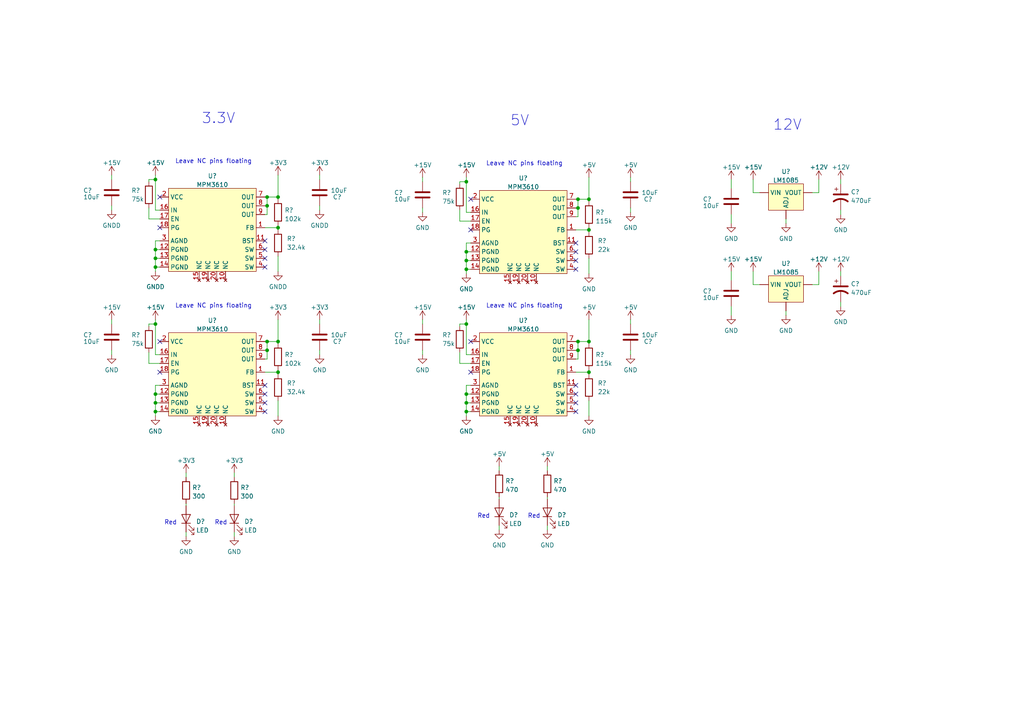
<source format=kicad_sch>
(kicad_sch (version 20211123) (generator eeschema)
  (paper "A4")
  (lib_symbols
    (symbol "0.power-symbols:+12V" (power) (pin_names (offset 0))
      (property "Value" "+12V" (at 0 3.556 0))
      (symbol "+12V_0_1"
        (polyline (pts (xy -0.762 1.27) (xy 0 2.54)))
        (polyline (pts (xy 0 0) (xy 0 2.54)))
        (polyline (pts (xy 0 2.54) (xy 0.762 1.27)))
      )
      (symbol "+12V_1_1"
        (pin power_in line (at 0 0 90) (length 0) hide (name "+12V") (number "1"))
      )
    )
    (symbol "0.power-symbols:+15V" (power) (pin_names (offset 0))
      (property "Value" "+15V" (at 0 3.556 0))
      (symbol "+15V_0_1"
        (polyline (pts (xy -0.762 1.27) (xy 0 2.54)))
        (polyline (pts (xy 0 0) (xy 0 2.54)))
        (polyline (pts (xy 0 2.54) (xy 0.762 1.27)))
      )
      (symbol "+15V_1_1"
        (pin power_in line (at 0 0 90) (length 0) hide (name "+15V") (number "1"))
      )
    )
    (symbol "0.power-symbols:+3.3V" (power) (pin_names (offset 0))
      (property "Value" "+3.3V" (at 0 3.556 0))
      (symbol "+3.3V_0_1"
        (polyline (pts (xy -0.762 1.27) (xy 0 2.54)))
        (polyline (pts (xy 0 0) (xy 0 2.54)))
        (polyline (pts (xy 0 2.54) (xy 0.762 1.27)))
      )
      (symbol "+3.3V_1_1"
        (pin power_in line (at 0 0 90) (length 0) hide (name "+3V3") (number "1"))
      )
    )
    (symbol "0.power-symbols:+5V" (power) (pin_names (offset 0))
      (property "Value" "+5V" (at 0 3.556 0))
      (symbol "+5V_0_1"
        (polyline (pts (xy -0.762 1.27) (xy 0 2.54)))
        (polyline (pts (xy 0 0) (xy 0 2.54)))
        (polyline (pts (xy 0 2.54) (xy 0.762 1.27)))
      )
      (symbol "+5V_1_1"
        (pin power_in line (at 0 0 90) (length 0) hide (name "+5V") (number "1"))
      )
    )
    (symbol "0.power-symbols:GND" (power) (pin_names (offset 0))
      (property "Value" "GND" (at 0 -3.81 0))
      (symbol "GND_0_1"
        (polyline (pts (xy 0 0) (xy 0 -1.27) (xy 1.27 -1.27) (xy 0 -2.54) (xy -1.27 -1.27) (xy 0 -1.27)))
      )
      (symbol "GND_1_1"
        (pin power_in line (at 0 0 270) (length 0) hide (name "GND") (number "1"))
      )
    )
    (symbol "0.power-symbols:GNDD" (power) (pin_names (offset 0))
      (property "Value" "GNDD" (at 0 -3.81 0))
      (symbol "GNDD_0_1"
        (polyline (pts (xy 0 0) (xy 0 -1.27) (xy 1.27 -1.27) (xy 0 -2.54) (xy -1.27 -1.27) (xy 0 -1.27)))
      )
      (symbol "GNDD_1_1"
        (pin power_in line (at 0 0 270) (length 0) hide (name "GNDD") (number "1"))
      )
    )
    (symbol "1.semi.ic.pmic.voltagereg:LM1085"
      (property "Reference" "U" (at 0 7.62 0))
      (property "Value" "LM1085" (at 0 5.08 0))
      (symbol "LM1085_0_1"
        (rectangle (start -5.08 3.81) (end 5.08 -3.81) (fill (type background)))
      )
      (symbol "LM1085_1_1"
        (pin passive line (at 0 -6.35 90) (length 2.54) (name "ADJ") (number ""))
        (pin power_in line (at -7.62 1.27 0) (length 2.54) (name "VIN") (number ""))
        (pin power_out line (at 7.62 1.27 180) (length 2.54) (name "VOUT") (number ""))
      )
    )
    (symbol "1.semi.ic.pmic.voltagereg:MPM3610"
      (property "Reference" "U" (at 0 15.24 0))
      (property "Value" "MPM3610" (at 0 12.7 0))
      (symbol "MPM3610_0_1"
        (rectangle (start -12.7 11.43) (end 12.7 -12.7) (fill (type background)))
      )
      (symbol "MPM3610_1_1"
        (pin passive line (at 15.24 0 180) (length 2.54) (name "FB") (number "1"))
        (pin no_connect line (at 3.81 -15.24 90) (length 2.54) (name "NC") (number "10"))
        (pin input line (at 15.24 -3.81 180) (length 2.54) (name "BST") (number "11"))
        (pin power_out line (at -15.24 -6.35 0) (length 2.54) (name "PGND") (number "12"))
        (pin power_out line (at -15.24 -8.89 0) (length 2.54) (name "PGND") (number "13"))
        (pin power_out line (at -15.24 -11.43 0) (length 2.54) (name "PGND") (number "14"))
        (pin no_connect line (at -3.81 -15.24 90) (length 2.54) (name "NC") (number "15"))
        (pin input line (at -15.24 5.08 0) (length 2.54) (name "IN") (number "16"))
        (pin input line (at -15.24 2.54 0) (length 2.54) (name "EN") (number "17"))
        (pin input line (at -15.24 0 0) (length 2.54) (name "PG") (number "18"))
        (pin no_connect line (at -1.27 -15.24 90) (length 2.54) (name "NC") (number "19"))
        (pin power_in line (at -15.24 8.89 0) (length 2.54) (name "VCC") (number "2"))
        (pin no_connect line (at 1.27 -15.24 90) (length 2.54) (name "NC") (number "20"))
        (pin power_out line (at -15.24 -3.81 0) (length 2.54) (name "AGND") (number "3"))
        (pin input line (at 15.24 -11.43 180) (length 2.54) (name "SW") (number "4"))
        (pin input line (at 15.24 -8.89 180) (length 2.54) (name "SW") (number "5"))
        (pin input line (at 15.24 -6.35 180) (length 2.54) (name "SW") (number "6"))
        (pin power_out line (at 15.24 8.89 180) (length 2.54) (name "OUT") (number "7"))
        (pin power_out line (at 15.24 6.35 180) (length 2.54) (name "OUT") (number "8"))
        (pin power_out line (at 15.24 3.81 180) (length 2.54) (name "OUT") (number "9"))
      )
    )
    (symbol "1.semi.opto:LED" (pin_numbers hide) (pin_names (offset 1.016) hide)
      (property "Reference" "D" (at 0 2.54 0))
      (property "Value" "LED" (at 0 -2.54 0))
      (symbol "LED_0_1"
        (polyline (pts (xy -1.27 -1.27) (xy -1.27 1.27)) (stroke (width 0.2032)))
        (polyline (pts (xy -1.27 0) (xy 1.27 0)))
        (polyline (pts (xy 1.27 -1.27) (xy 1.27 1.27) (xy -1.27 0) (xy 1.27 -1.27)) (stroke (width 0.2032)))
        (polyline (pts (xy -3.048 -0.762) (xy -4.572 -2.286) (xy -3.81 -2.286) (xy -4.572 -2.286) (xy -4.572 -1.524)))
        (polyline (pts (xy -1.778 -0.762) (xy -3.302 -2.286) (xy -2.54 -2.286) (xy -3.302 -2.286) (xy -3.302 -1.524)))
      )
      (symbol "LED_1_1"
        (pin passive line (at -3.81 0 0) (length 2.54) (name "K") (number "1"))
        (pin passive line (at 3.81 0 180) (length 2.54) (name "A") (number "2"))
      )
    )
    (symbol "2.passive:C" (pin_numbers hide) (pin_names (offset 0.254))
      (property "Reference" "C" (at 0.635 2.54 0))
      (property "Value" "C" (at 0.635 -2.54 0))
      (symbol "C_0_1"
        (polyline (pts (xy -2.032 -0.762) (xy 2.032 -0.762)) (stroke (width 0.508)))
        (polyline (pts (xy -2.032 0.762) (xy 2.032 0.762)) (stroke (width 0.508)))
      )
      (symbol "C_1_1"
        (pin passive line (at 0 3.81 270) (length 2.794) (name "~") (number "1"))
        (pin passive line (at 0 -3.81 90) (length 2.794) (name "~") (number "2"))
      )
    )
    (symbol "2.passive:CP1" (pin_numbers hide) (pin_names (offset 0.254) hide)
      (property "Reference" "C" (at 0.635 2.54 0))
      (property "Value" "CP1" (at 0.635 -2.54 0))
      (symbol "CP1_0_1"
        (polyline (pts (xy -2.032 0.762) (xy 2.032 0.762)) (stroke (width 0.508)))
        (polyline (pts (xy -1.778 2.286) (xy -0.762 2.286)))
        (polyline (pts (xy -1.27 1.778) (xy -1.27 2.794)))
        (arc (start 2.032 -1.27) (mid 0 -0.5572) (end -2.032 -1.27) (stroke (width 0.508)))
      )
      (symbol "CP1_1_1"
        (pin passive line (at 0 3.81 270) (length 2.794) (name "~") (number "1"))
        (pin passive line (at 0 -3.81 90) (length 3.302) (name "~") (number "2"))
      )
    )
    (symbol "2.passive:R" (pin_numbers hide) (pin_names (offset 0))
      (property "Reference" "R" (at 2.032 0 90))
      (property "Value" "R" (at 0 0 90))
      (symbol "R_0_1"
        (rectangle (start -1.016 -2.54) (end 1.016 2.54) (stroke (width 0.254)))
      )
      (symbol "R_1_1"
        (pin passive line (at 0 3.81 270) (length 1.27) (name "~") (number "1"))
        (pin passive line (at 0 -3.81 90) (length 1.27) (name "~") (number "2"))
      )
    )
  )
  (junction (at 170.815 66.675))
  (junction (at 170.815 107.95))
  (junction (at 77.47 57.15))
  (junction (at 80.645 99.06))
  (junction (at 45.085 93.98))
  (junction (at 77.47 99.06))
  (junction (at 45.085 119.38))
  (junction (at 167.64 60.325))
  (junction (at 135.255 114.3))
  (junction (at 80.645 66.04))
  (junction (at 135.255 116.84))
  (junction (at 135.255 78.105))
  (junction (at 135.255 75.565))
  (junction (at 80.645 107.95))
  (junction (at 77.47 59.69))
  (junction (at 135.255 119.38))
  (junction (at 135.255 93.98))
  (junction (at 135.255 73.025))
  (junction (at 77.47 101.6))
  (junction (at 170.815 99.06))
  (junction (at 45.085 77.47))
  (junction (at 80.645 57.15))
  (junction (at 135.255 52.705))
  (junction (at 45.085 114.3))
  (junction (at 167.64 57.785))
  (junction (at 45.085 74.93))
  (junction (at 45.085 116.84))
  (junction (at 170.815 57.785))
  (junction (at 167.64 99.06))
  (junction (at 45.085 52.07))
  (junction (at 167.64 101.6))
  (junction (at 45.085 72.39))
  (no_connect (at 76.835 119.38))
  (no_connect (at 167.005 111.76))
  (no_connect (at 76.835 114.3))
  (no_connect (at 167.005 70.485))
  (no_connect (at 167.005 78.105))
  (no_connect (at 46.355 107.95))
  (no_connect (at 76.835 111.76))
  (no_connect (at 76.835 77.47))
  (no_connect (at 76.835 116.84))
  (no_connect (at 76.835 69.85))
  (no_connect (at 136.525 107.95))
  (no_connect (at 136.525 99.06))
  (no_connect (at 167.005 119.38))
  (no_connect (at 76.835 74.93))
  (no_connect (at 46.355 66.04))
  (no_connect (at 136.525 66.675))
  (no_connect (at 167.005 73.025))
  (no_connect (at 46.355 57.15))
  (no_connect (at 46.355 99.06))
  (no_connect (at 167.005 114.3))
  (no_connect (at 167.005 75.565))
  (no_connect (at 167.005 116.84))
  (no_connect (at 136.525 57.785))
  (no_connect (at 76.835 72.39))
  (wire (pts (xy 53.975 138.43) (xy 53.975 137.16)))
  (wire (pts (xy 167.005 60.325) (xy 167.64 60.325)))
  (wire (pts (xy 135.255 116.84) (xy 136.525 116.84)))
  (wire (pts (xy 227.965 90.17) (xy 227.965 91.44)))
  (wire (pts (xy 135.255 120.65) (xy 135.255 119.38)))
  (wire (pts (xy 80.645 57.15) (xy 77.47 57.15)))
  (wire (pts (xy 46.355 63.5) (xy 43.18 63.5)))
  (wire (pts (xy 135.255 114.3) (xy 135.255 111.76)))
  (wire (pts (xy 167.005 99.06) (xy 167.64 99.06)))
  (wire (pts (xy 77.47 62.23) (xy 77.47 59.69)))
  (wire (pts (xy 136.525 105.41) (xy 133.35 105.41)))
  (wire (pts (xy 167.005 101.6) (xy 167.64 101.6)))
  (wire (pts (xy 167.005 62.865) (xy 167.64 62.865)))
  (wire (pts (xy 45.085 114.3) (xy 45.085 111.76)))
  (wire (pts (xy 133.35 93.98) (xy 133.35 94.615)))
  (wire (pts (xy 182.88 60.325) (xy 182.88 61.595)))
  (wire (pts (xy 144.78 152.4) (xy 144.78 153.67)))
  (wire (pts (xy 122.555 92.71) (xy 122.555 93.98)))
  (wire (pts (xy 45.085 72.39) (xy 46.355 72.39)))
  (wire (pts (xy 80.645 74.295) (xy 80.645 78.74)))
  (wire (pts (xy 218.44 52.07) (xy 218.44 55.88)))
  (wire (pts (xy 43.18 93.98) (xy 45.085 93.98)))
  (wire (pts (xy 45.085 74.93) (xy 45.085 72.39)))
  (wire (pts (xy 45.085 93.98) (xy 45.085 92.71)))
  (wire (pts (xy 76.835 104.14) (xy 77.47 104.14)))
  (wire (pts (xy 170.815 57.785) (xy 167.64 57.785)))
  (wire (pts (xy 170.815 116.205) (xy 170.815 120.65)))
  (wire (pts (xy 45.085 77.47) (xy 46.355 77.47)))
  (wire (pts (xy 45.085 74.93) (xy 46.355 74.93)))
  (wire (pts (xy 46.355 102.87) (xy 45.085 102.87)))
  (wire (pts (xy 53.975 154.305) (xy 53.975 155.575)))
  (wire (pts (xy 43.18 60.325) (xy 43.18 63.5)))
  (wire (pts (xy 243.84 78.74) (xy 243.84 80.01)))
  (wire (pts (xy 45.085 72.39) (xy 45.085 69.85)))
  (wire (pts (xy 76.835 101.6) (xy 77.47 101.6)))
  (wire (pts (xy 170.815 74.93) (xy 170.815 79.375)))
  (wire (pts (xy 133.35 52.705) (xy 133.35 53.34)))
  (wire (pts (xy 135.255 102.87) (xy 135.255 93.98)))
  (wire (pts (xy 243.84 87.63) (xy 243.84 88.9)))
  (wire (pts (xy 144.78 144.145) (xy 144.78 144.78)))
  (wire (pts (xy 43.18 93.98) (xy 43.18 94.615)))
  (wire (pts (xy 170.815 99.06) (xy 167.64 99.06)))
  (wire (pts (xy 167.005 66.675) (xy 170.815 66.675)))
  (wire (pts (xy 170.815 51.435) (xy 170.815 57.785)))
  (wire (pts (xy 80.645 116.205) (xy 80.645 120.65)))
  (wire (pts (xy 243.84 52.07) (xy 243.84 53.34)))
  (wire (pts (xy 45.085 52.07) (xy 45.085 50.8)))
  (wire (pts (xy 182.88 101.6) (xy 182.88 102.87)))
  (wire (pts (xy 80.645 57.785) (xy 80.645 57.15)))
  (wire (pts (xy 45.085 60.96) (xy 45.085 52.07)))
  (wire (pts (xy 135.255 78.105) (xy 136.525 78.105)))
  (wire (pts (xy 45.085 119.38) (xy 45.085 116.84)))
  (wire (pts (xy 170.815 58.42) (xy 170.815 57.785)))
  (wire (pts (xy 135.255 75.565) (xy 135.255 73.025)))
  (wire (pts (xy 45.085 119.38) (xy 46.355 119.38)))
  (wire (pts (xy 45.085 114.3) (xy 46.355 114.3)))
  (wire (pts (xy 243.84 60.96) (xy 243.84 62.23)))
  (wire (pts (xy 46.355 60.96) (xy 45.085 60.96)))
  (wire (pts (xy 43.18 102.235) (xy 43.18 105.41)))
  (wire (pts (xy 80.645 66.04) (xy 80.645 66.675)))
  (wire (pts (xy 135.255 52.705) (xy 135.255 51.435)))
  (wire (pts (xy 135.255 75.565) (xy 136.525 75.565)))
  (wire (pts (xy 92.71 101.6) (xy 92.71 102.87)))
  (wire (pts (xy 92.71 50.8) (xy 92.71 52.07)))
  (wire (pts (xy 122.555 101.6) (xy 122.555 102.87)))
  (wire (pts (xy 80.645 65.405) (xy 80.645 66.04)))
  (wire (pts (xy 43.18 52.07) (xy 45.085 52.07)))
  (wire (pts (xy 136.525 61.595) (xy 135.255 61.595)))
  (wire (pts (xy 170.815 107.315) (xy 170.815 107.95)))
  (wire (pts (xy 77.47 104.14) (xy 77.47 101.6)))
  (wire (pts (xy 32.385 92.71) (xy 32.385 93.98)))
  (wire (pts (xy 167.64 62.865) (xy 167.64 60.325)))
  (wire (pts (xy 237.49 55.88) (xy 235.585 55.88)))
  (wire (pts (xy 122.555 51.435) (xy 122.555 52.705)))
  (wire (pts (xy 135.255 114.3) (xy 136.525 114.3)))
  (wire (pts (xy 92.71 59.69) (xy 92.71 60.96)))
  (wire (pts (xy 76.835 57.15) (xy 77.47 57.15)))
  (wire (pts (xy 92.71 92.71) (xy 92.71 93.98)))
  (wire (pts (xy 45.085 116.84) (xy 45.085 114.3)))
  (wire (pts (xy 45.085 111.76) (xy 46.355 111.76)))
  (wire (pts (xy 32.385 59.69) (xy 32.385 60.96)))
  (wire (pts (xy 80.645 99.695) (xy 80.645 99.06)))
  (wire (pts (xy 80.645 107.315) (xy 80.645 107.95)))
  (wire (pts (xy 170.815 66.675) (xy 170.815 67.31)))
  (wire (pts (xy 158.75 152.4) (xy 158.75 153.67)))
  (wire (pts (xy 135.255 93.98) (xy 135.255 92.71)))
  (wire (pts (xy 237.49 82.55) (xy 235.585 82.55)))
  (wire (pts (xy 80.645 92.71) (xy 80.645 99.06)))
  (wire (pts (xy 135.255 73.025) (xy 135.255 70.485)))
  (wire (pts (xy 136.525 102.87) (xy 135.255 102.87)))
  (wire (pts (xy 80.645 107.95) (xy 80.645 108.585)))
  (wire (pts (xy 80.645 50.8) (xy 80.645 57.15)))
  (wire (pts (xy 135.255 73.025) (xy 136.525 73.025)))
  (wire (pts (xy 167.005 107.95) (xy 170.815 107.95)))
  (wire (pts (xy 167.64 104.14) (xy 167.64 101.6)))
  (wire (pts (xy 135.255 111.76) (xy 136.525 111.76)))
  (wire (pts (xy 133.35 102.235) (xy 133.35 105.41)))
  (wire (pts (xy 158.75 136.525) (xy 158.75 135.255)))
  (wire (pts (xy 135.255 61.595) (xy 135.255 52.705)))
  (wire (pts (xy 67.945 154.305) (xy 67.945 155.575)))
  (wire (pts (xy 67.945 138.43) (xy 67.945 137.16)))
  (wire (pts (xy 76.835 99.06) (xy 77.47 99.06)))
  (wire (pts (xy 67.945 146.05) (xy 67.945 146.685)))
  (wire (pts (xy 32.385 101.6) (xy 32.385 102.87)))
  (wire (pts (xy 212.09 88.9) (xy 212.09 91.44)))
  (wire (pts (xy 158.75 144.145) (xy 158.75 144.78)))
  (wire (pts (xy 45.085 102.87) (xy 45.085 93.98)))
  (wire (pts (xy 45.085 77.47) (xy 45.085 74.93)))
  (wire (pts (xy 76.835 107.95) (xy 80.645 107.95)))
  (wire (pts (xy 170.815 66.04) (xy 170.815 66.675)))
  (wire (pts (xy 227.965 63.5) (xy 227.965 64.77)))
  (wire (pts (xy 45.085 120.65) (xy 45.085 119.38)))
  (wire (pts (xy 212.09 52.07) (xy 212.09 54.61)))
  (wire (pts (xy 80.645 99.06) (xy 77.47 99.06)))
  (wire (pts (xy 122.555 60.325) (xy 122.555 61.595)))
  (wire (pts (xy 237.49 52.07) (xy 237.49 55.88)))
  (wire (pts (xy 133.35 93.98) (xy 135.255 93.98)))
  (wire (pts (xy 237.49 78.74) (xy 237.49 82.55)))
  (wire (pts (xy 133.35 60.96) (xy 133.35 64.135)))
  (wire (pts (xy 43.18 52.07) (xy 43.18 52.705)))
  (wire (pts (xy 218.44 55.88) (xy 220.345 55.88)))
  (wire (pts (xy 135.255 119.38) (xy 136.525 119.38)))
  (wire (pts (xy 45.085 116.84) (xy 46.355 116.84)))
  (wire (pts (xy 182.88 92.71) (xy 182.88 93.98)))
  (wire (pts (xy 135.255 78.105) (xy 135.255 75.565)))
  (wire (pts (xy 212.09 78.74) (xy 212.09 81.28)))
  (wire (pts (xy 45.085 78.74) (xy 45.085 77.47)))
  (wire (pts (xy 136.525 64.135) (xy 133.35 64.135)))
  (wire (pts (xy 170.815 99.695) (xy 170.815 99.06)))
  (wire (pts (xy 76.835 66.04) (xy 80.645 66.04)))
  (wire (pts (xy 167.005 57.785) (xy 167.64 57.785)))
  (wire (pts (xy 45.085 69.85) (xy 46.355 69.85)))
  (wire (pts (xy 135.255 116.84) (xy 135.255 114.3)))
  (wire (pts (xy 76.835 62.23) (xy 77.47 62.23)))
  (wire (pts (xy 218.44 78.74) (xy 218.44 82.55)))
  (wire (pts (xy 135.255 119.38) (xy 135.255 116.84)))
  (wire (pts (xy 32.385 50.8) (xy 32.385 52.07)))
  (wire (pts (xy 212.09 62.23) (xy 212.09 64.77)))
  (wire (pts (xy 77.47 59.69) (xy 77.47 57.15)))
  (wire (pts (xy 182.88 51.435) (xy 182.88 52.705)))
  (wire (pts (xy 76.835 59.69) (xy 77.47 59.69)))
  (wire (pts (xy 53.975 146.05) (xy 53.975 146.685)))
  (wire (pts (xy 46.355 105.41) (xy 43.18 105.41)))
  (wire (pts (xy 167.64 60.325) (xy 167.64 57.785)))
  (wire (pts (xy 167.64 101.6) (xy 167.64 99.06)))
  (wire (pts (xy 144.78 136.525) (xy 144.78 135.255)))
  (wire (pts (xy 218.44 82.55) (xy 220.345 82.55)))
  (wire (pts (xy 77.47 101.6) (xy 77.47 99.06)))
  (wire (pts (xy 167.005 104.14) (xy 167.64 104.14)))
  (wire (pts (xy 170.815 92.71) (xy 170.815 99.06)))
  (wire (pts (xy 170.815 107.95) (xy 170.815 108.585)))
  (wire (pts (xy 133.35 52.705) (xy 135.255 52.705)))
  (wire (pts (xy 135.255 70.485) (xy 136.525 70.485)))
  (wire (pts (xy 135.255 79.375) (xy 135.255 78.105)))
  (text "Red" (at 62.23 152.4 0) (effects (font (size 1.27 1.27)) (justify left bottom)))
  (text "Red" (at 153.035 150.495 0) (effects (font (size 1.27 1.27)) (justify left bottom)))
  (text "Leave NC pins floating" (at 140.97 48.26 0) (effects (font (size 1.27 1.27)) (justify left bottom)))
  (text "Red" (at 47.625 152.4 0) (effects (font (size 1.27 1.27)) (justify left bottom)))
  (text "12V\n" (at 224.155 38.1 0) (effects (font (size 3 3)) (justify left bottom)))
  (text "3.3V" (at 58.42 36.195 0) (effects (font (size 3 3)) (justify left bottom)))
  (text "Red" (at 138.43 150.495 0) (effects (font (size 1.27 1.27)) (justify left bottom)))
  (text "5V\n" (at 147.955 36.83 0) (effects (font (size 3 3)) (justify left bottom)))
  (text "Leave NC pins floating" (at 50.8 89.535 0) (effects (font (size 1.27 1.27)) (justify left bottom)))
  (text "Leave NC pins floating" (at 50.8 47.625 0) (effects (font (size 1.27 1.27)) (justify left bottom)))
  (text "Leave NC pins floating" (at 140.97 89.535 0) (effects (font (size 1.27 1.27)) (justify left bottom)))
  (symbol (lib_id "0.power-symbols:GND") (at 135.255 120.65 0) (unit 1)
    (property "Reference" "#PWR?" (effects hide))
    (property "Value" "GND" (at 135.255 125.0934 0))
  )
  (symbol (lib_id "2.passive:C") (at 122.555 97.79 0) (unit 1)
    (property "Reference" "C?" (at 114.3 97.155 0) (effects (justify left)))
    (property "Value" "10uF" (at 114.3 99.06 0) (effects (justify left)))
    (property "Footprint" "2_Passives_Capacitors_SMD_IPC:C_1608_603_B" (effects hide))
    (property "PN" "100,000,013" (effects hide))
  )
  (symbol (lib_id "1.semi.ic.pmic.voltagereg:LM1085") (at 227.965 57.15 0) (unit 1)
    (property "Reference" "U?" (at 227.965 49.7672 0))
    (property "Value" "LM1085" (at 227.965 52.3041 0))
  )
  (symbol (lib_id "0.power-symbols:GNDD") (at 92.71 60.96 0) (unit 1)
    (property "Reference" "#PWR?" (effects hide))
    (property "Value" "GNDD" (at 92.71 65.4034 0))
  )
  (symbol (lib_id "0.power-symbols:+15V") (at 218.44 52.07 0) (unit 1)
    (property "Reference" "#PWR?" (effects hide))
    (property "Value" "+15V" (at 218.44 48.4942 0))
  )
  (symbol (lib_id "0.power-symbols:+3.3V") (at 92.71 50.8 0) (unit 1)
    (property "Reference" "#PWR?" (effects hide))
    (property "Value" "+3.3V" (at 92.71 47.2242 0))
  )
  (symbol (lib_id "2.passive:C") (at 122.555 56.515 0) (unit 1)
    (property "Reference" "C?" (at 114.3 55.88 0) (effects (justify left)))
    (property "Value" "10uF" (at 114.3 57.785 0) (effects (justify left)))
    (property "Footprint" "2_Passives_Capacitors_SMD_IPC:C_1608_603_B" (effects hide))
    (property "PN" "100,000,013" (effects hide))
  )
  (symbol (lib_id "0.power-symbols:GND") (at 53.975 155.575 0) (unit 1)
    (property "Reference" "#PWR?" (effects hide))
    (property "Value" "GND" (at 53.975 160.0184 0))
  )
  (symbol (lib_id "1.semi.ic.pmic.voltagereg:LM1085") (at 227.965 83.82 0) (unit 1)
    (property "Reference" "U?" (at 227.965 76.4372 0))
    (property "Value" "LM1085" (at 227.965 78.9741 0))
  )
  (symbol (lib_id "0.power-symbols:+15V") (at 212.09 78.74 0) (unit 1)
    (property "Reference" "#PWR?" (effects hide))
    (property "Value" "+15V" (at 212.09 75.1642 0))
  )
  (symbol (lib_id "2.passive:CP1") (at 243.84 57.15 0) (unit 1)
    (property "Reference" "C?" (at 246.761 55.6803 0) (effects (justify left)))
    (property "Value" "470uF" (at 246.761 58.2172 0) (effects (justify left)))
    (property "Footprint" "0_misc:THT_470uF_Cap" (effects hide))
  )
  (symbol (lib_id "0.power-symbols:GND") (at 122.555 102.87 0) (unit 1)
    (property "Reference" "#PWR?" (effects hide))
    (property "Value" "GND" (at 122.555 107.3134 0))
  )
  (symbol (lib_id "0.power-symbols:+3.3V") (at 67.945 137.16 0) (unit 1)
    (property "Reference" "#PWR?" (effects hide))
    (property "Value" "+3.3V" (at 67.945 133.5842 0))
  )
  (symbol (lib_id "0.power-symbols:+5V") (at 158.75 135.255 0) (unit 1)
    (property "Reference" "#PWR?" (effects hide))
    (property "Value" "+5V" (at 158.75 131.6792 0))
  )
  (symbol (lib_id "0.power-symbols:GND") (at 92.71 102.87 0) (unit 1)
    (property "Reference" "#PWR?" (effects hide))
    (property "Value" "GND" (at 92.71 107.3134 0))
  )
  (symbol (lib_id "0.power-symbols:+15V") (at 135.255 92.71 0) (unit 1)
    (property "Reference" "#PWR?" (effects hide))
    (property "Value" "+15V" (at 135.255 89.1342 0))
  )
  (symbol (lib_id "1.semi.ic.pmic.voltagereg:MPM3610") (at 61.595 66.04 0) (unit 1)
    (property "Reference" "U?" (at 61.595 51.0372 0))
    (property "Value" "MPM3610" (at 61.595 53.5741 0))
  )
  (symbol (lib_id "2.passive:C") (at 182.88 56.515 0) (unit 1)
    (property "Reference" "C?" (at 186.69 57.785 0) (effects (justify left)))
    (property "Value" "10uF" (at 186.055 55.88 0) (effects (justify left)))
    (property "Footprint" "2_Passives_Capacitors_SMD_IPC:C_1608_603_B" (effects hide))
    (property "PN" "100,000,013" (effects hide))
  )
  (symbol (lib_id "0.power-symbols:+15V") (at 218.44 78.74 0) (unit 1)
    (property "Reference" "#PWR?" (effects hide))
    (property "Value" "+15V" (at 218.44 75.1642 0))
  )
  (symbol (lib_id "0.power-symbols:+3.3V") (at 80.645 50.8 0) (unit 1)
    (property "Reference" "#PWR?" (effects hide))
    (property "Value" "+3.3V" (at 80.645 47.2242 0))
  )
  (symbol (lib_id "0.power-symbols:GND") (at 182.88 102.87 0) (unit 1)
    (property "Reference" "#PWR?" (effects hide))
    (property "Value" "GND" (at 182.88 107.3134 0))
  )
  (symbol (lib_id "0.power-symbols:+15V") (at 212.09 52.07 0) (unit 1)
    (property "Reference" "#PWR?" (effects hide))
    (property "Value" "+15V" (at 212.09 48.4942 0))
  )
  (symbol (lib_id "1.semi.ic.pmic.voltagereg:MPM3610") (at 151.765 66.675 0) (unit 1)
    (property "Reference" "U?" (at 151.765 51.6722 0))
    (property "Value" "MPM3610" (at 151.765 54.2091 0))
  )
  (symbol (lib_id "0.power-symbols:+5V") (at 182.88 92.71 0) (unit 1)
    (property "Reference" "#PWR?" (effects hide))
    (property "Value" "+5V" (at 182.88 89.1342 0))
  )
  (symbol (lib_id "1.semi.opto:LED") (at 144.78 148.59 90) (unit 1)
    (property "Reference" "D?" (at 147.701 149.3555 90) (effects (justify right)))
    (property "Value" "LED" (at 147.701 151.8924 90) (effects (justify right)))
  )
  (symbol (lib_id "0.power-symbols:+15V") (at 122.555 51.435 0) (unit 1)
    (property "Reference" "#PWR?" (effects hide))
    (property "Value" "+15V" (at 122.555 47.8592 0))
  )
  (symbol (lib_id "2.passive:R") (at 170.815 71.12 0) (unit 1)
    (property "Reference" "R?" (at 173.355 69.85 0) (effects (justify left)))
    (property "Value" "22k" (at 173.355 72.39 0) (effects (justify left)))
  )
  (symbol (lib_id "2.passive:R") (at 170.815 103.505 0) (unit 1)
    (property "Reference" "R?" (at 172.72 102.87 0) (effects (justify left)))
    (property "Value" "115k" (at 172.72 105.41 0) (effects (justify left)))
  )
  (symbol (lib_id "0.power-symbols:GND") (at 182.88 61.595 0) (unit 1)
    (property "Reference" "#PWR?" (effects hide))
    (property "Value" "GND" (at 182.88 66.0384 0))
  )
  (symbol (lib_id "0.power-symbols:+15V") (at 32.385 92.71 0) (unit 1)
    (property "Reference" "#PWR?" (effects hide))
    (property "Value" "+15V" (at 32.385 89.1342 0))
  )
  (symbol (lib_id "1.semi.ic.pmic.voltagereg:MPM3610") (at 151.765 107.95 0) (unit 1)
    (property "Reference" "U?" (at 151.765 92.9472 0))
    (property "Value" "MPM3610" (at 151.765 95.4841 0))
  )
  (symbol (lib_id "0.power-symbols:GNDD") (at 45.085 78.74 0) (unit 1)
    (property "Reference" "#PWR?" (effects hide))
    (property "Value" "GNDD" (at 45.085 83.1834 0))
  )
  (symbol (lib_id "0.power-symbols:+5V") (at 182.88 51.435 0) (unit 1)
    (property "Reference" "#PWR?" (effects hide))
    (property "Value" "+5V" (at 182.88 47.8592 0))
  )
  (symbol (lib_id "0.power-symbols:+12V") (at 243.84 52.07 0) (unit 1)
    (property "Reference" "#PWR?" (effects hide))
    (property "Value" "+12V" (at 243.84 48.4942 0))
  )
  (symbol (lib_id "0.power-symbols:+3.3V") (at 92.71 92.71 0) (unit 1)
    (property "Reference" "#PWR?" (effects hide))
    (property "Value" "+3.3V" (at 92.71 89.1342 0))
  )
  (symbol (lib_id "0.power-symbols:+3.3V") (at 53.975 137.16 0) (unit 1)
    (property "Reference" "#PWR?" (effects hide))
    (property "Value" "+3.3V" (at 53.975 133.5842 0))
  )
  (symbol (lib_id "2.passive:R") (at 158.75 140.335 0) (unit 1)
    (property "Reference" "R?" (at 160.528 139.5003 0) (effects (justify left)))
    (property "Value" "470" (at 160.528 142.0372 0) (effects (justify left)))
  )
  (symbol (lib_id "2.passive:R") (at 170.815 62.23 0) (unit 1)
    (property "Reference" "R?" (at 172.72 61.595 0) (effects (justify left)))
    (property "Value" "115k" (at 172.72 64.135 0) (effects (justify left)))
  )
  (symbol (lib_id "0.power-symbols:GND") (at 212.09 64.77 0) (unit 1)
    (property "Reference" "#PWR?" (effects hide))
    (property "Value" "GND" (at 212.09 69.2134 0))
  )
  (symbol (lib_id "0.power-symbols:GNDD") (at 80.645 78.74 0) (unit 1)
    (property "Reference" "#PWR?" (effects hide))
    (property "Value" "GNDD" (at 80.645 83.1834 0))
  )
  (symbol (lib_id "0.power-symbols:GND") (at 212.09 91.44 0) (unit 1)
    (property "Reference" "#PWR?" (effects hide))
    (property "Value" "GND" (at 212.09 95.8834 0))
  )
  (symbol (lib_id "2.passive:C") (at 92.71 55.88 0) (unit 1)
    (property "Reference" "C?" (at 96.52 57.15 0) (effects (justify left)))
    (property "Value" "10uF" (at 95.885 55.245 0) (effects (justify left)))
    (property "Footprint" "2_Passives_Capacitors_SMD_IPC:C_1608_603_B" (effects hide))
    (property "PN" "100,000,013" (effects hide))
  )
  (symbol (lib_id "0.power-symbols:GND") (at 243.84 62.23 0) (unit 1)
    (property "Reference" "#PWR?" (effects hide))
    (property "Value" "GND" (at 243.84 66.6734 0))
  )
  (symbol (lib_id "0.power-symbols:+15V") (at 135.255 51.435 0) (unit 1)
    (property "Reference" "#PWR?" (effects hide))
    (property "Value" "+15V" (at 135.255 47.8592 0))
  )
  (symbol (lib_id "1.semi.opto:LED") (at 53.975 150.495 90) (unit 1)
    (property "Reference" "D?" (at 56.896 151.2605 90) (effects (justify right)))
    (property "Value" "LED" (at 56.896 153.7974 90) (effects (justify right)))
  )
  (symbol (lib_id "0.power-symbols:GNDD") (at 32.385 60.96 0) (unit 1)
    (property "Reference" "#PWR?" (effects hide))
    (property "Value" "GNDD" (at 32.385 65.4034 0))
  )
  (symbol (lib_id "2.passive:R") (at 133.35 57.15 0) (unit 1)
    (property "Reference" "R?" (at 128.27 55.8831 0) (effects (justify left)))
    (property "Value" "75k" (at 128.27 58.42 0) (effects (justify left)))
  )
  (symbol (lib_id "0.power-symbols:+12V") (at 243.84 78.74 0) (unit 1)
    (property "Reference" "#PWR?" (effects hide))
    (property "Value" "+12V" (at 243.84 75.1642 0))
  )
  (symbol (lib_id "2.passive:C") (at 32.385 97.79 0) (unit 1)
    (property "Reference" "C?" (at 24.13 97.155 0) (effects (justify left)))
    (property "Value" "10uF" (at 24.13 99.06 0) (effects (justify left)))
    (property "Footprint" "2_Passives_Capacitors_SMD_IPC:C_1608_603_B" (effects hide))
    (property "PN" "100,000,013" (effects hide))
  )
  (symbol (lib_id "1.semi.opto:LED") (at 67.945 150.495 90) (unit 1)
    (property "Reference" "D?" (at 70.866 151.2605 90) (effects (justify right)))
    (property "Value" "LED" (at 70.866 153.7974 90) (effects (justify right)))
  )
  (symbol (lib_id "0.power-symbols:+3.3V") (at 80.645 92.71 0) (unit 1)
    (property "Reference" "#PWR?" (effects hide))
    (property "Value" "+3.3V" (at 80.645 89.1342 0))
  )
  (symbol (lib_id "2.passive:R") (at 43.18 56.515 0) (unit 1)
    (property "Reference" "R?" (at 38.1 55.2481 0) (effects (justify left)))
    (property "Value" "75k" (at 38.1 57.785 0) (effects (justify left)))
  )
  (symbol (lib_id "2.passive:C") (at 212.09 85.09 0) (unit 1)
    (property "Reference" "C?" (at 203.835 84.455 0) (effects (justify left)))
    (property "Value" "10uF" (at 203.835 86.36 0) (effects (justify left)))
    (property "Footprint" "2_Passives_Capacitors_SMD_IPC:C_1608_603_B" (effects hide))
    (property "PN" "100,000,013" (effects hide))
  )
  (symbol (lib_id "0.power-symbols:GND") (at 243.84 88.9 0) (unit 1)
    (property "Reference" "#PWR?" (effects hide))
    (property "Value" "GND" (at 243.84 93.3434 0))
  )
  (symbol (lib_id "0.power-symbols:+5V") (at 144.78 135.255 0) (unit 1)
    (property "Reference" "#PWR?" (effects hide))
    (property "Value" "+5V" (at 144.78 131.6792 0))
  )
  (symbol (lib_id "2.passive:R") (at 133.35 98.425 0) (unit 1)
    (property "Reference" "R?" (at 128.27 97.1581 0) (effects (justify left)))
    (property "Value" "75k" (at 128.27 99.695 0) (effects (justify left)))
  )
  (symbol (lib_id "0.power-symbols:+15V") (at 32.385 50.8 0) (unit 1)
    (property "Reference" "#PWR?" (effects hide))
    (property "Value" "+15V" (at 32.385 47.2242 0))
  )
  (symbol (lib_id "2.passive:R") (at 67.945 142.24 0) (unit 1)
    (property "Reference" "R?" (at 69.723 141.4053 0) (effects (justify left)))
    (property "Value" "300" (at 69.723 143.9422 0) (effects (justify left)))
  )
  (symbol (lib_id "0.power-symbols:GND") (at 144.78 153.67 0) (unit 1)
    (property "Reference" "#PWR?" (effects hide))
    (property "Value" "GND" (at 144.78 158.1134 0))
  )
  (symbol (lib_id "0.power-symbols:+15V") (at 122.555 92.71 0) (unit 1)
    (property "Reference" "#PWR?" (effects hide))
    (property "Value" "+15V" (at 122.555 89.1342 0))
  )
  (symbol (lib_id "2.passive:C") (at 32.385 55.88 0) (unit 1)
    (property "Reference" "C?" (at 24.13 55.245 0) (effects (justify left)))
    (property "Value" "10uF" (at 24.13 57.15 0) (effects (justify left)))
    (property "Footprint" "2_Passives_Capacitors_SMD_IPC:C_1608_603_B" (effects hide))
    (property "PN" "100,000,013" (effects hide))
  )
  (symbol (lib_id "0.power-symbols:GND") (at 135.255 79.375 0) (unit 1)
    (property "Reference" "#PWR?" (effects hide))
    (property "Value" "GND" (at 135.255 83.8184 0))
  )
  (symbol (lib_id "0.power-symbols:GND") (at 45.085 120.65 0) (unit 1)
    (property "Reference" "#PWR?" (effects hide))
    (property "Value" "GND" (at 45.085 125.0934 0))
  )
  (symbol (lib_id "0.power-symbols:GND") (at 122.555 61.595 0) (unit 1)
    (property "Reference" "#PWR?" (effects hide))
    (property "Value" "GND" (at 122.555 66.0384 0))
  )
  (symbol (lib_id "1.semi.ic.pmic.voltagereg:MPM3610") (at 61.595 107.95 0) (unit 1)
    (property "Reference" "U?" (at 61.595 92.9472 0))
    (property "Value" "MPM3610" (at 61.595 95.4841 0))
  )
  (symbol (lib_id "1.semi.opto:LED") (at 158.75 148.59 90) (unit 1)
    (property "Reference" "D?" (at 161.671 149.3555 90) (effects (justify right)))
    (property "Value" "LED" (at 161.671 151.8924 90) (effects (justify right)))
  )
  (symbol (lib_id "2.passive:C") (at 92.71 97.79 0) (unit 1)
    (property "Reference" "C?" (at 96.52 99.06 0) (effects (justify left)))
    (property "Value" "10uF" (at 95.885 97.155 0) (effects (justify left)))
    (property "Footprint" "2_Passives_Capacitors_SMD_IPC:C_1608_603_B" (effects hide))
    (property "PN" "100,000,013" (effects hide))
  )
  (symbol (lib_id "2.passive:C") (at 182.88 97.79 0) (unit 1)
    (property "Reference" "C?" (at 186.69 99.06 0) (effects (justify left)))
    (property "Value" "10uF" (at 186.055 97.155 0) (effects (justify left)))
    (property "Footprint" "2_Passives_Capacitors_SMD_IPC:C_1608_603_B" (effects hide))
    (property "PN" "100,000,013" (effects hide))
  )
  (symbol (lib_id "0.power-symbols:GND") (at 67.945 155.575 0) (unit 1)
    (property "Reference" "#PWR?" (effects hide))
    (property "Value" "GND" (at 67.945 160.0184 0))
  )
  (symbol (lib_id "0.power-symbols:GND") (at 170.815 120.65 0) (unit 1)
    (property "Reference" "#PWR?" (effects hide))
    (property "Value" "GND" (at 170.815 125.0934 0))
  )
  (symbol (lib_id "0.power-symbols:+12V") (at 237.49 78.74 0) (unit 1)
    (property "Reference" "#PWR?" (effects hide))
    (property "Value" "+12V" (at 237.49 75.1642 0))
  )
  (symbol (lib_id "2.passive:R") (at 53.975 142.24 0) (unit 1)
    (property "Reference" "R?" (at 55.753 141.4053 0) (effects (justify left)))
    (property "Value" "300" (at 55.753 143.9422 0) (effects (justify left)))
  )
  (symbol (lib_id "0.power-symbols:+15V") (at 45.085 50.8 0) (unit 1)
    (property "Reference" "#PWR?" (effects hide))
    (property "Value" "+15V" (at 45.085 47.2242 0))
  )
  (symbol (lib_id "0.power-symbols:+15V") (at 45.085 92.71 0) (unit 1)
    (property "Reference" "#PWR?" (effects hide))
    (property "Value" "+15V" (at 45.085 89.1342 0))
  )
  (symbol (lib_id "0.power-symbols:+5V") (at 170.815 92.71 0) (unit 1)
    (property "Reference" "#PWR?" (effects hide))
    (property "Value" "+5V" (at 170.815 89.1342 0))
  )
  (symbol (lib_id "0.power-symbols:GND") (at 227.965 91.44 0) (unit 1)
    (property "Reference" "#PWR?" (effects hide))
    (property "Value" "GND" (at 227.965 95.8834 0))
  )
  (symbol (lib_id "0.power-symbols:GND") (at 158.75 153.67 0) (unit 1)
    (property "Reference" "#PWR?" (effects hide))
    (property "Value" "GND" (at 158.75 158.1134 0))
  )
  (symbol (lib_id "2.passive:R") (at 144.78 140.335 0) (unit 1)
    (property "Reference" "R?" (at 146.558 139.5003 0) (effects (justify left)))
    (property "Value" "470" (at 146.558 142.0372 0) (effects (justify left)))
  )
  (symbol (lib_id "2.passive:R") (at 80.645 103.505 0) (unit 1)
    (property "Reference" "R?" (at 82.55 102.87 0) (effects (justify left)))
    (property "Value" "102k" (at 82.55 105.41 0) (effects (justify left)))
  )
  (symbol (lib_id "0.power-symbols:GND") (at 80.645 120.65 0) (unit 1)
    (property "Reference" "#PWR?" (effects hide))
    (property "Value" "GND" (at 80.645 125.0934 0))
  )
  (symbol (lib_id "2.passive:C") (at 212.09 58.42 0) (unit 1)
    (property "Reference" "C?" (at 203.835 57.785 0) (effects (justify left)))
    (property "Value" "10uF" (at 203.835 59.69 0) (effects (justify left)))
    (property "Footprint" "2_Passives_Capacitors_SMD_IPC:C_1608_603_B" (effects hide))
    (property "PN" "100,000,013" (effects hide))
  )
  (symbol (lib_id "2.passive:R") (at 80.645 61.595 0) (unit 1)
    (property "Reference" "R?" (at 82.55 60.96 0) (effects (justify left)))
    (property "Value" "102k" (at 82.55 63.5 0) (effects (justify left)))
  )
  (symbol (lib_id "0.power-symbols:GND") (at 32.385 102.87 0) (unit 1)
    (property "Reference" "#PWR?" (effects hide))
    (property "Value" "GND" (at 32.385 107.3134 0))
  )
  (symbol (lib_id "0.power-symbols:GND") (at 227.965 64.77 0) (unit 1)
    (property "Reference" "#PWR?" (effects hide))
    (property "Value" "GND" (at 227.965 69.2134 0))
  )
  (symbol (lib_id "2.passive:R") (at 170.815 112.395 0) (unit 1)
    (property "Reference" "R?" (at 173.355 111.125 0) (effects (justify left)))
    (property "Value" "22k" (at 173.355 113.665 0) (effects (justify left)))
  )
  (symbol (lib_id "2.passive:R") (at 43.18 98.425 0) (unit 1)
    (property "Reference" "R?" (at 38.1 97.1581 0) (effects (justify left)))
    (property "Value" "75k" (at 38.1 99.695 0) (effects (justify left)))
  )
  (symbol (lib_id "0.power-symbols:+12V") (at 237.49 52.07 0) (unit 1)
    (property "Reference" "#PWR?" (effects hide))
    (property "Value" "+12V" (at 237.49 48.4942 0))
  )
  (symbol (lib_id "2.passive:R") (at 80.645 112.395 0) (unit 1)
    (property "Reference" "R?" (at 83.185 111.125 0) (effects (justify left)))
    (property "Value" "32.4k" (at 83.185 113.665 0) (effects (justify left)))
  )
  (symbol (lib_id "0.power-symbols:+5V") (at 170.815 51.435 0) (unit 1)
    (property "Reference" "#PWR?" (effects hide))
    (property "Value" "+5V" (at 170.815 47.8592 0))
  )
  (symbol (lib_id "2.passive:CP1") (at 243.84 83.82 0) (unit 1)
    (property "Reference" "C?" (at 246.761 82.3503 0) (effects (justify left)))
    (property "Value" "470uF" (at 246.761 84.8872 0) (effects (justify left)))
    (property "Footprint" "0_misc:THT_470uF_Cap" (effects hide))
  )
  (symbol (lib_id "0.power-symbols:GND") (at 170.815 79.375 0) (unit 1)
    (property "Reference" "#PWR?" (effects hide))
    (property "Value" "GND" (at 170.815 83.8184 0))
  )
  (symbol (lib_id "2.passive:R") (at 80.645 70.485 0) (unit 1)
    (property "Reference" "R?" (at 83.185 69.215 0) (effects (justify left)))
    (property "Value" "32.4k" (at 83.185 71.755 0) (effects (justify left)))
  )
)
</source>
